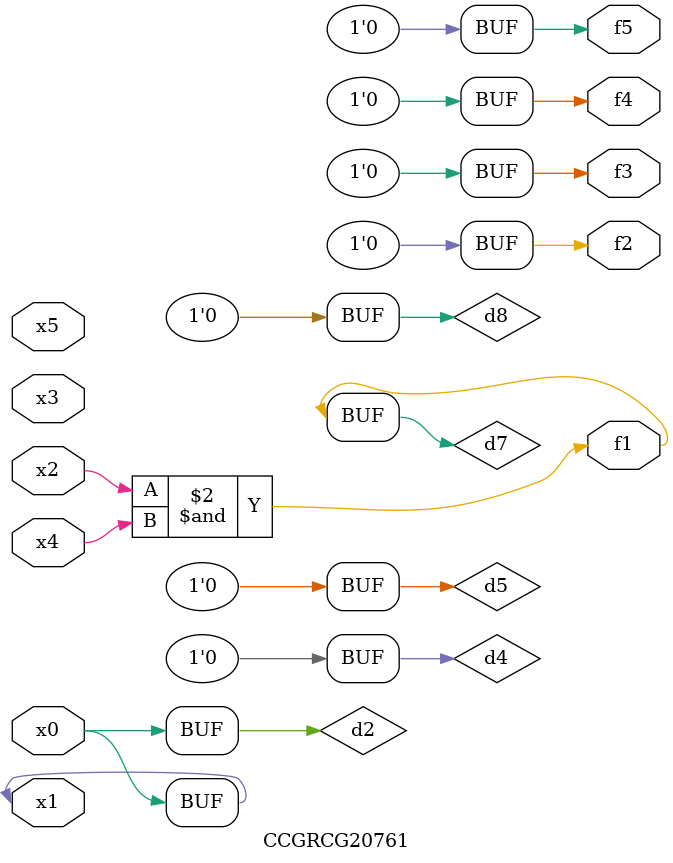
<source format=v>
module CCGRCG20761(
	input x0, x1, x2, x3, x4, x5,
	output f1, f2, f3, f4, f5
);

	wire d1, d2, d3, d4, d5, d6, d7, d8, d9;

	nand (d1, x1);
	buf (d2, x0, x1);
	nand (d3, x2, x4);
	and (d4, d1, d2);
	and (d5, d1, d2);
	nand (d6, d1, d3);
	not (d7, d3);
	xor (d8, d5);
	nor (d9, d5, d6);
	assign f1 = d7;
	assign f2 = d8;
	assign f3 = d8;
	assign f4 = d8;
	assign f5 = d8;
endmodule

</source>
